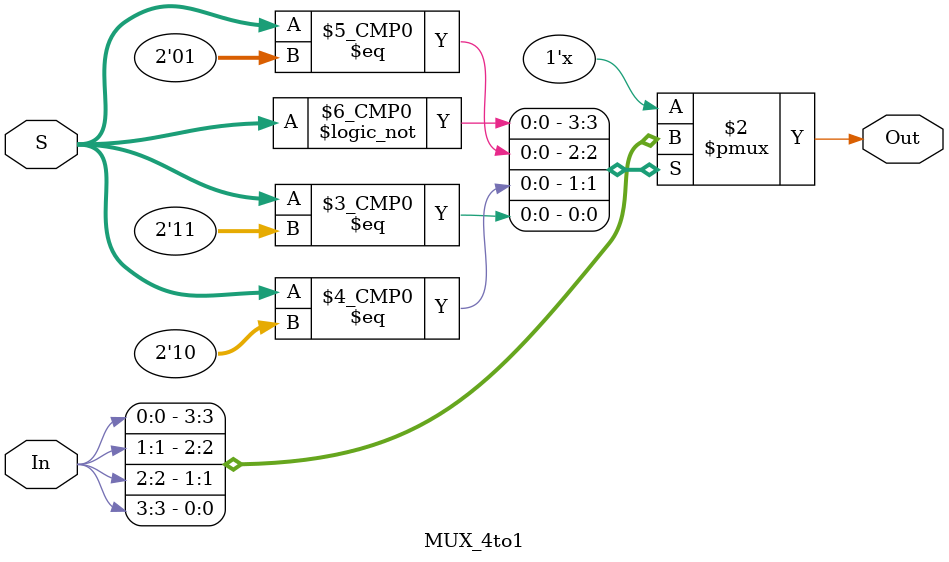
<source format=v>
`timescale 1ns / 1ps


module MUX_4to1(S,In,Out);
input [3:0]In;
input [1:0]S;
output reg Out;

always@(*) begin
case(S) 
    2'b00: Out = In[0];
    2'b01: Out = In[1];
    2'b10: Out = In[2];
    2'b11: Out = In[3];
endcase
end
endmodule

</source>
